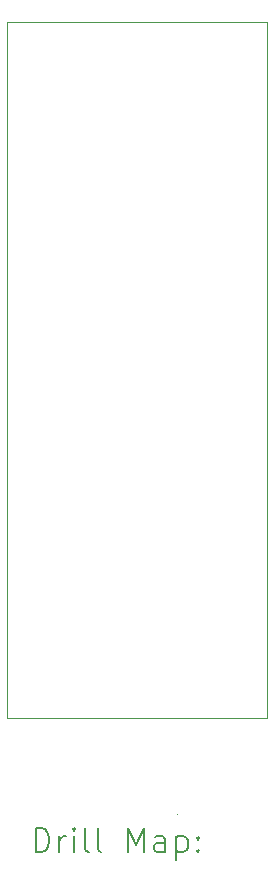
<source format=gbr>
%TF.GenerationSoftware,KiCad,Pcbnew,7.0.1*%
%TF.CreationDate,2023-07-20T10:28:38-07:00*%
%TF.ProjectId,tn_vdp_v9958_socket,746e5f76-6470-45f7-9639-3935385f736f,rev?*%
%TF.SameCoordinates,Original*%
%TF.FileFunction,Drillmap*%
%TF.FilePolarity,Positive*%
%FSLAX45Y45*%
G04 Gerber Fmt 4.5, Leading zero omitted, Abs format (unit mm)*
G04 Created by KiCad (PCBNEW 7.0.1) date 2023-07-20 10:28:38*
%MOMM*%
%LPD*%
G01*
G04 APERTURE LIST*
%ADD10C,0.100000*%
%ADD11C,0.200000*%
G04 APERTURE END LIST*
D10*
X17335500Y-11112500D02*
X17335500Y-11112500D01*
X15900000Y-4400000D02*
X18100000Y-4400000D01*
X18100000Y-10300000D02*
X15900000Y-10300000D01*
X18100000Y-4400000D02*
X18100000Y-10300000D01*
X15900000Y-10300000D02*
X15900000Y-4400000D01*
D11*
X16142619Y-11430024D02*
X16142619Y-11230024D01*
X16142619Y-11230024D02*
X16190238Y-11230024D01*
X16190238Y-11230024D02*
X16218809Y-11239548D01*
X16218809Y-11239548D02*
X16237857Y-11258595D01*
X16237857Y-11258595D02*
X16247381Y-11277643D01*
X16247381Y-11277643D02*
X16256905Y-11315738D01*
X16256905Y-11315738D02*
X16256905Y-11344309D01*
X16256905Y-11344309D02*
X16247381Y-11382405D01*
X16247381Y-11382405D02*
X16237857Y-11401452D01*
X16237857Y-11401452D02*
X16218809Y-11420500D01*
X16218809Y-11420500D02*
X16190238Y-11430024D01*
X16190238Y-11430024D02*
X16142619Y-11430024D01*
X16342619Y-11430024D02*
X16342619Y-11296690D01*
X16342619Y-11334786D02*
X16352143Y-11315738D01*
X16352143Y-11315738D02*
X16361667Y-11306214D01*
X16361667Y-11306214D02*
X16380714Y-11296690D01*
X16380714Y-11296690D02*
X16399762Y-11296690D01*
X16466428Y-11430024D02*
X16466428Y-11296690D01*
X16466428Y-11230024D02*
X16456905Y-11239548D01*
X16456905Y-11239548D02*
X16466428Y-11249071D01*
X16466428Y-11249071D02*
X16475952Y-11239548D01*
X16475952Y-11239548D02*
X16466428Y-11230024D01*
X16466428Y-11230024D02*
X16466428Y-11249071D01*
X16590238Y-11430024D02*
X16571190Y-11420500D01*
X16571190Y-11420500D02*
X16561667Y-11401452D01*
X16561667Y-11401452D02*
X16561667Y-11230024D01*
X16695000Y-11430024D02*
X16675952Y-11420500D01*
X16675952Y-11420500D02*
X16666428Y-11401452D01*
X16666428Y-11401452D02*
X16666428Y-11230024D01*
X16923571Y-11430024D02*
X16923571Y-11230024D01*
X16923571Y-11230024D02*
X16990238Y-11372881D01*
X16990238Y-11372881D02*
X17056905Y-11230024D01*
X17056905Y-11230024D02*
X17056905Y-11430024D01*
X17237857Y-11430024D02*
X17237857Y-11325262D01*
X17237857Y-11325262D02*
X17228333Y-11306214D01*
X17228333Y-11306214D02*
X17209286Y-11296690D01*
X17209286Y-11296690D02*
X17171190Y-11296690D01*
X17171190Y-11296690D02*
X17152143Y-11306214D01*
X17237857Y-11420500D02*
X17218810Y-11430024D01*
X17218810Y-11430024D02*
X17171190Y-11430024D01*
X17171190Y-11430024D02*
X17152143Y-11420500D01*
X17152143Y-11420500D02*
X17142619Y-11401452D01*
X17142619Y-11401452D02*
X17142619Y-11382405D01*
X17142619Y-11382405D02*
X17152143Y-11363357D01*
X17152143Y-11363357D02*
X17171190Y-11353833D01*
X17171190Y-11353833D02*
X17218810Y-11353833D01*
X17218810Y-11353833D02*
X17237857Y-11344309D01*
X17333095Y-11296690D02*
X17333095Y-11496690D01*
X17333095Y-11306214D02*
X17352143Y-11296690D01*
X17352143Y-11296690D02*
X17390238Y-11296690D01*
X17390238Y-11296690D02*
X17409286Y-11306214D01*
X17409286Y-11306214D02*
X17418810Y-11315738D01*
X17418810Y-11315738D02*
X17428333Y-11334786D01*
X17428333Y-11334786D02*
X17428333Y-11391928D01*
X17428333Y-11391928D02*
X17418810Y-11410976D01*
X17418810Y-11410976D02*
X17409286Y-11420500D01*
X17409286Y-11420500D02*
X17390238Y-11430024D01*
X17390238Y-11430024D02*
X17352143Y-11430024D01*
X17352143Y-11430024D02*
X17333095Y-11420500D01*
X17514048Y-11410976D02*
X17523571Y-11420500D01*
X17523571Y-11420500D02*
X17514048Y-11430024D01*
X17514048Y-11430024D02*
X17504524Y-11420500D01*
X17504524Y-11420500D02*
X17514048Y-11410976D01*
X17514048Y-11410976D02*
X17514048Y-11430024D01*
X17514048Y-11306214D02*
X17523571Y-11315738D01*
X17523571Y-11315738D02*
X17514048Y-11325262D01*
X17514048Y-11325262D02*
X17504524Y-11315738D01*
X17504524Y-11315738D02*
X17514048Y-11306214D01*
X17514048Y-11306214D02*
X17514048Y-11325262D01*
M02*

</source>
